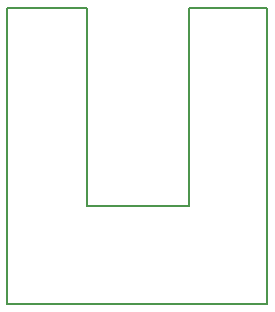
<source format=gm1>
G04 #@! TF.GenerationSoftware,KiCad,Pcbnew,8.0.5-dirty*
G04 #@! TF.CreationDate,2024-10-14T16:29:31+03:00*
G04 #@! TF.ProjectId,Kivipallur_PMW3360_breakout,4b697669-7061-46c6-9c75-725f504d5733,rev?*
G04 #@! TF.SameCoordinates,Original*
G04 #@! TF.FileFunction,Profile,NP*
%FSLAX46Y46*%
G04 Gerber Fmt 4.6, Leading zero omitted, Abs format (unit mm)*
G04 Created by KiCad (PCBNEW 8.0.5-dirty) date 2024-10-14 16:29:31*
%MOMM*%
%LPD*%
G01*
G04 APERTURE LIST*
G04 #@! TA.AperFunction,Profile*
%ADD10C,0.150000*%
G04 #@! TD*
G04 APERTURE END LIST*
D10*
X122000000Y-75000000D02*
X100000000Y-75000000D01*
X106700000Y-50000000D02*
X106700000Y-66700000D01*
X100000000Y-50000000D02*
X106700000Y-50000000D01*
X122000000Y-50000000D02*
X115400000Y-50000000D01*
X122000000Y-50000000D02*
X122000000Y-75000000D01*
X115400000Y-66700000D02*
X115400000Y-50000000D01*
X100000000Y-75000000D02*
X100000000Y-50000000D01*
X106700000Y-66700000D02*
X115400000Y-66700000D01*
M02*

</source>
